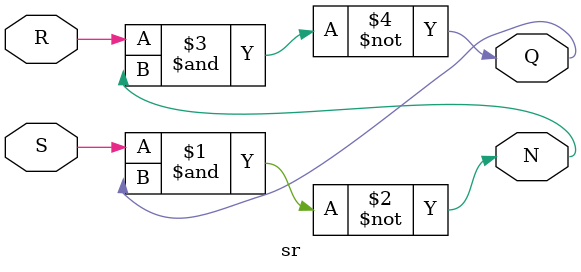
<source format=v>
module sr(
	input S,
	input R,
	output Q,
	output N
);

nand(N, S, Q);
nand(Q, R, N);

endmodule

</source>
